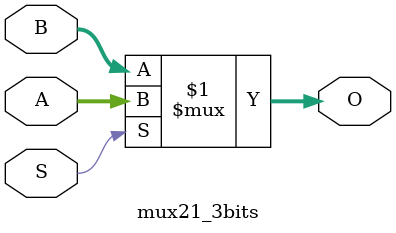
<source format=v>
module mux21_3bits (A,  B, S, O);
input [2:0]A, B;
inout S;
output [2:0]O;
assign O = S? A:B;
endmodule
</source>
